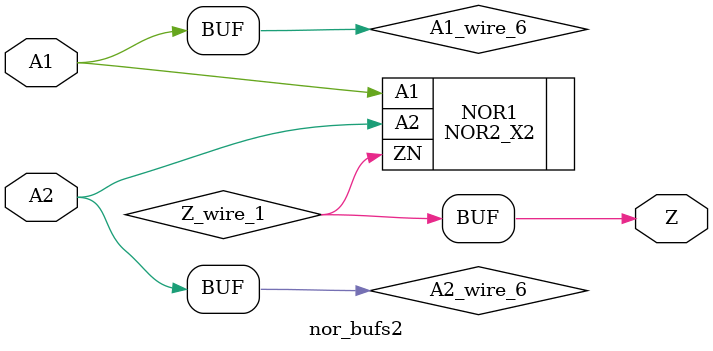
<source format=v>
/*
###############################################################
#  Generated by:      Cadence Innovus 19.11-s128_1
#  OS:                Linux x86_64(Host ID asic.ecs.tuwien.ac.at)
#  Generated on:      Fri May 28 07:51:27 2021
#  Design:            nor_bufs2
#  Command:           write_netlist nor_bufs2_post.v
###############################################################
*/
// Generated by Cadence Genus(TM) Synthesis Solution 19.11-s087_1
// Generated on: May 28 2021 07:50:27 CEST (May 28 2021 05:50:27 UTC)
// Verification Directory fv/nor_bufs2 
module nor_bufs2 (
	A1, 
	A2, 
	Z);
   input A1;
   input A2;
   output Z;

   // Internal wires
   wire A1_wire_2;
   wire A1_wire_3;
   wire A1_wire_4;
   wire A1_wire_5;
   wire A1_wire_6;
   wire A2_wire_2;
   wire A2_wire_3;
   wire A2_wire_4;
   wire A2_wire_5;
   wire A2_wire_6;
   wire Z_wire_1;
   wire Z_wire_3;
   wire Z_wire_4;
   wire Z_wire_5;
   wire Z_wire_6;

   
   assign A1_wire_6 = A1;
   assign A2_wire_6 = A2;
   assign Z = Z_wire_1;

   // BUF_X2 BUF_A1_1 (.I(A1),
	// .Z(A1_wire_2));
   // BUF_X2 BUF_A1_2 (.I(A1_wire_2),
	// .Z(A1_wire_3));
   // BUF_X2 BUF_A1_3 (.I(A1_wire_3),
	// .Z(A1_wire_4));
   // BUF_X2 BUF_A1_4 (.I(A1_wire_4),
	// .Z(A1_wire_5));
   // BUF_X2 BUF_A1_5 (.I(A1_wire_5),
	// .Z(A1_wire_6));
   // BUF_X2 BUF_A2_1 (.I(A2),
	// .Z(A2_wire_2));
   // BUF_X2 BUF_A2_2 (.I(A2_wire_2),
	// .Z(A2_wire_3));
   // BUF_X2 BUF_A2_3 (.I(A2_wire_3),
	// .Z(A2_wire_4));
   // BUF_X2 BUF_A2_4 (.I(A2_wire_4),
	// .Z(A2_wire_5));
   // BUF_X2 BUF_A2_5 (.I(A2_wire_5),
	// .Z(A2_wire_6));
   // BUF_X2 BUF_Z_1 (.I(1'b0),
	// .Z(Z));
   // BUF_X2 BUF_Z_2 (.I(Z),
	// .Z(Z_wire_3));
   // BUF_X2 BUF_Z_3 (.I(Z_wire_3),
	// .Z(Z_wire_4));
   // BUF_X2 BUF_Z_4 (.I(Z_wire_4),
	// .Z(Z_wire_5));
   // BUF_X2 BUF_Z_5 (.I(Z_wire_5),
	// .Z(Z_wire_6));

   NOR2_X2 NOR1 (.A1(A1_wire_6),
	.A2(A2_wire_6),
	.ZN(Z_wire_1));
endmodule


</source>
